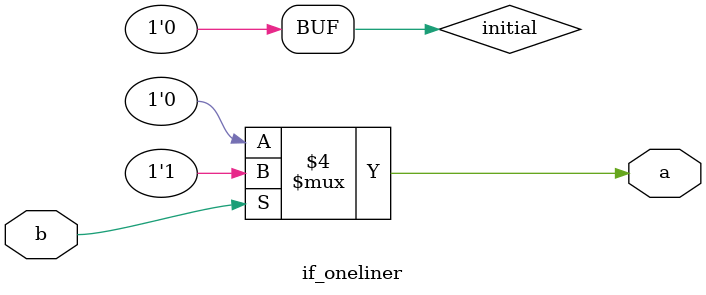
<source format=v>
/* Generated by Yosys 0.9+3833 (git sha1 b0004911, clang 7.0.1-8+rpi3+deb10u2 -fPIC -Os) */

(* \nmigen.hierarchy  = "if_oneliner" *)
(* top =  1  *)
(* generator = "nMigen" *)
module if_oneliner(a, b);
  reg \initial  = 0;
  (* src = "fakename:1" *)
  output a;
  reg a;
  (* src = "fakename:1" *)
  input b;
  always @* begin
    if (\initial ) begin end
    (* full_case = 32'd1 *)
    (* src = "fakename:5" *)
    casez (b)
      /* src = "fakename:5" */
      1'h1:
          a = 1'h1;
      /* src = "fakename:1" */
      default:
          a = 1'h0;
    endcase
  end
endmodule

</source>
